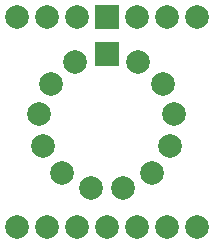
<source format=gtl>
G04 #@! TF.GenerationSoftware,KiCad,Pcbnew,8.0.7*
G04 #@! TF.CreationDate,2025-01-27T18:49:31+01:00*
G04 #@! TF.ProjectId,Socket,536f636b-6574-42e6-9b69-6361645f7063,rev?*
G04 #@! TF.SameCoordinates,Original*
G04 #@! TF.FileFunction,Copper,L1,Top*
G04 #@! TF.FilePolarity,Positive*
%FSLAX46Y46*%
G04 Gerber Fmt 4.6, Leading zero omitted, Abs format (unit mm)*
G04 Created by KiCad (PCBNEW 8.0.7) date 2025-01-27 18:49:31*
%MOMM*%
%LPD*%
G01*
G04 APERTURE LIST*
G04 #@! TA.AperFunction,ComponentPad*
%ADD10R,2.000000X2.000000*%
G04 #@! TD*
G04 #@! TA.AperFunction,ComponentPad*
%ADD11C,2.000000*%
G04 #@! TD*
G04 APERTURE END LIST*
D10*
X7620000Y14640000D03*
D11*
X10292158Y13981372D03*
X12352157Y12156372D03*
X13328076Y9583086D03*
X12996343Y6851022D03*
X11432955Y4586063D03*
X8996065Y3307085D03*
X6243935Y3307085D03*
X3807045Y4586063D03*
X2243657Y6851022D03*
X1911924Y9583086D03*
X2887843Y12156372D03*
X4947842Y13981372D03*
X0Y17780000D03*
X2540000Y17780000D03*
X5080000Y17780000D03*
D10*
X7620000Y17780000D03*
D11*
X10160000Y17780000D03*
X12700000Y17780000D03*
X15240000Y17780000D03*
X0Y0D03*
X2540000Y0D03*
X5080000Y0D03*
X7620000Y0D03*
X10160000Y0D03*
X12700000Y0D03*
X15240000Y0D03*
M02*

</source>
